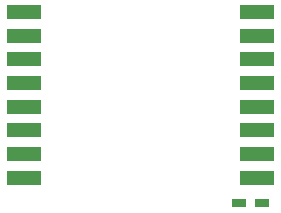
<source format=gbp>
G04 #@! TF.GenerationSoftware,KiCad,Pcbnew,no-vcs-found-a592832~58~ubuntu16.04.1*
G04 #@! TF.CreationDate,2017-03-10T09:49:50+02:00*
G04 #@! TF.ProjectId,serial_gw_ATSAMD21E,73657269616C5F67775F415453414D44,rev?*
G04 #@! TF.FileFunction,Paste,Bot*
G04 #@! TF.FilePolarity,Positive*
%FSLAX46Y46*%
G04 Gerber Fmt 4.6, Leading zero omitted, Abs format (unit mm)*
G04 Created by KiCad (PCBNEW no-vcs-found-a592832~58~ubuntu16.04.1) date Fri Mar 10 09:49:50 2017*
%MOMM*%
%LPD*%
G01*
G04 APERTURE LIST*
%ADD10C,0.100000*%
%ADD11R,1.200000X0.750000*%
%ADD12R,3.000000X1.200000*%
G04 APERTURE END LIST*
D10*
D11*
X134300000Y-97400000D03*
X136200000Y-97400000D03*
D12*
X116100000Y-81200000D03*
X116100000Y-83200000D03*
X116100000Y-85200000D03*
X116100000Y-87200000D03*
X116100000Y-89200000D03*
X116100000Y-91200000D03*
X116100000Y-93200000D03*
X116100000Y-95200000D03*
X135800000Y-95200000D03*
X135800000Y-93200000D03*
X135800000Y-91200000D03*
X135800000Y-89200000D03*
X135800000Y-87200000D03*
X135800000Y-85200000D03*
X135800000Y-83200000D03*
X135800000Y-81200000D03*
M02*

</source>
